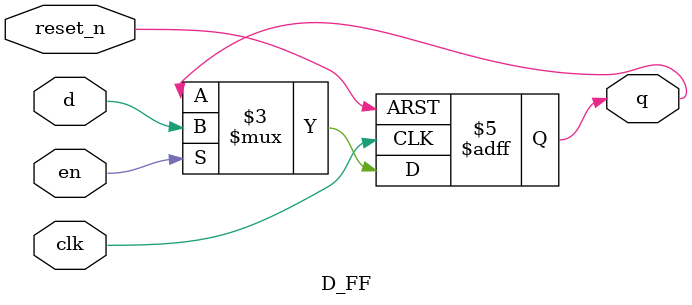
<source format=v>
module D_FF(clk, reset_n, d, en, q);//?? ??

input clk, reset_n, d, en;//1 bit input clk, reset_n, d
output q;//1 bit output q
reg q;//1bit reg value q

always@(posedge clk or negedge reset_n)//clk? rising edge? reset_n? falling edge?? ??

begin

if(~reset_n) q<=0;//reset_n=0??  q=0
else if(en) q<=d;//reset_n=1?? en=1??  q=d
		
end

endmodule

</source>
